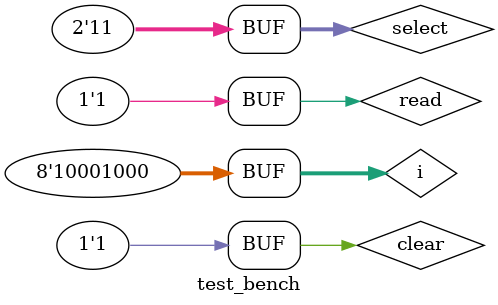
<source format=v>
`timescale 1ns / 1ps


module test_bench;

	reg [7:0] i;	//Input variable
	wire [7:0] o;	//Output variable
	reg [1:0] select;
	reg read, clear;	
	
	Circuit C1(i[0], i[1], i[2], i[3], i[4], i[5], i[6], i[7], o[0], o[1], o[2], o[3], o[4], o[5], o[6], o[7], select[0], select[1], read, clear);
	
	initial 
		begin
		
			clear = 1'b0;	//active LOW reset for all DFFs to clear memory
			#10 clear = 1'b1;   //disabling reset so that DFFs can store data
			
			
			#10 read = 1'b0;   //Setting circuit to WRITE mode by giving active LOW enable to decoder
				select = 2'b00;  //Telling decoder to provide HIGH signals to DFF ICs 0 and 4 for storage
				i = 8'b00010001;   //Writing this value into DFF IC's

			#200 read = 1'b1;
        select = 2'b00;    //Telling multiplexers to read from DFF IC's 0 and 4
    
    
      #200 read = 1'b0;
			#10 select = 2'b01;    //Telling decoder to provide HIGH signals to DFF ICs 1 and 5 for storage
				i = 8'b00100010;	//Writing this value into DFF IC's
			
			
			#200 read = 1'b1;
       select = 2'b01;   //Telling multiplexers to read from DFF IC's 1 and 5
      
      
			
			#200 read = 1'b0;
			#10 select = 2'b10;    //Telling decoder to provide HIGH signals to DFF ICs 2 and 6 for storage
				i = 8'b01000100;	//Writing this value into DFF IC's
			#200 read = 1'b1;	//Setting circuit to READ mode by giving active LOW enable to multiplexers
			  select = 2'b10;   //Telling multiplexers to read from DFF IC's 2 and 6
			
			
			#200 read = 1'b0;
			#10 select = 2'b11;    //Telling decoder to provide HIGH signals to DFF ICs 3 and 7 for storage
				i = 8'b10001000;	//Writing this value into DFF IC's
			
			#200 read = 1'b1;	//Setting circuit to READ mode by giving active LOW enable to multiplexers
			 select = 2'b11;   //Telling multiplexers to read from DFF IC's 3 and 7
		
			
			
			
			end
endmodule

</source>
